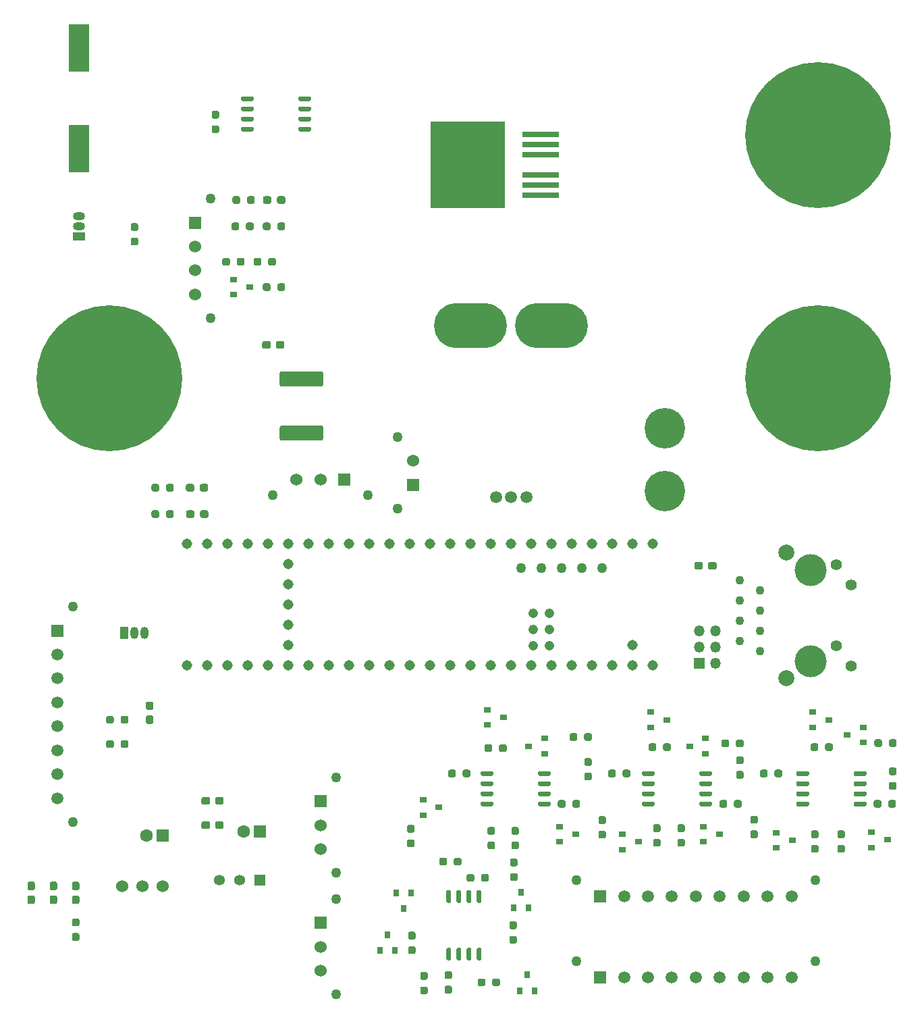
<source format=gbr>
%TF.GenerationSoftware,KiCad,Pcbnew,(5.1.10)-1*%
%TF.CreationDate,2022-03-18T19:39:10-05:00*%
%TF.ProjectId,BMS_2022_Rev1,424d535f-3230-4323-925f-526576312e6b,rev?*%
%TF.SameCoordinates,Original*%
%TF.FileFunction,Soldermask,Top*%
%TF.FilePolarity,Negative*%
%FSLAX46Y46*%
G04 Gerber Fmt 4.6, Leading zero omitted, Abs format (unit mm)*
G04 Created by KiCad (PCBNEW (5.1.10)-1) date 2022-03-18 19:39:10*
%MOMM*%
%LPD*%
G01*
G04 APERTURE LIST*
%ADD10R,0.900000X0.800000*%
%ADD11C,1.270000*%
%ADD12C,1.530000*%
%ADD13R,1.530000X1.530000*%
%ADD14C,1.308000*%
%ADD15C,1.208000*%
%ADD16C,1.258000*%
%ADD17R,1.520000X1.520000*%
%ADD18C,1.520000*%
%ADD19R,0.800000X0.900000*%
%ADD20R,2.500000X6.000000*%
%ADD21C,1.600000*%
%ADD22R,1.600000X1.600000*%
%ADD23C,5.080000*%
%ADD24R,1.500000X1.050000*%
%ADD25O,1.500000X1.050000*%
%ADD26R,1.050000X1.500000*%
%ADD27O,1.050000X1.500000*%
%ADD28R,4.600000X0.800000*%
%ADD29R,9.400000X10.800000*%
%ADD30C,1.501140*%
%ADD31O,9.144000X5.588000*%
%ADD32C,18.288000*%
%ADD33R,1.350000X1.350000*%
%ADD34O,1.350000X1.350000*%
%ADD35C,2.000000*%
%ADD36C,1.400000*%
%ADD37C,4.000000*%
%ADD38C,1.100000*%
%ADD39C,1.524000*%
%ADD40C,1.358000*%
%ADD41R,1.358000X1.358000*%
G04 APERTURE END LIST*
%TO.C,R17*%
G36*
G01*
X-12599500Y208677500D02*
X-12599500Y209152500D01*
G75*
G02*
X-12362000Y209390000I237500J0D01*
G01*
X-11862000Y209390000D01*
G75*
G02*
X-11624500Y209152500I0J-237500D01*
G01*
X-11624500Y208677500D01*
G75*
G02*
X-11862000Y208440000I-237500J0D01*
G01*
X-12362000Y208440000D01*
G75*
G02*
X-12599500Y208677500I0J237500D01*
G01*
G37*
G36*
G01*
X-10774500Y208677500D02*
X-10774500Y209152500D01*
G75*
G02*
X-10537000Y209390000I237500J0D01*
G01*
X-10037000Y209390000D01*
G75*
G02*
X-9799500Y209152500I0J-237500D01*
G01*
X-9799500Y208677500D01*
G75*
G02*
X-10037000Y208440000I-237500J0D01*
G01*
X-10537000Y208440000D01*
G75*
G02*
X-10774500Y208677500I0J237500D01*
G01*
G37*
%TD*%
%TO.C,R40*%
G36*
G01*
X-60519500Y208517500D02*
X-60519500Y208042500D01*
G75*
G02*
X-60757000Y207805000I-237500J0D01*
G01*
X-61257000Y207805000D01*
G75*
G02*
X-61494500Y208042500I0J237500D01*
G01*
X-61494500Y208517500D01*
G75*
G02*
X-61257000Y208755000I237500J0D01*
G01*
X-60757000Y208755000D01*
G75*
G02*
X-60519500Y208517500I0J-237500D01*
G01*
G37*
G36*
G01*
X-58694500Y208517500D02*
X-58694500Y208042500D01*
G75*
G02*
X-58932000Y207805000I-237500J0D01*
G01*
X-59432000Y207805000D01*
G75*
G02*
X-59669500Y208042500I0J237500D01*
G01*
X-59669500Y208517500D01*
G75*
G02*
X-59432000Y208755000I237500J0D01*
G01*
X-58932000Y208755000D01*
G75*
G02*
X-58694500Y208517500I0J-237500D01*
G01*
G37*
%TD*%
D10*
%TO.C,D13*%
X-33750500Y207584000D03*
X-33750500Y209484000D03*
X-35750500Y208534000D03*
%TD*%
%TO.C,D19*%
X-61118500Y213103500D03*
X-61118500Y211203500D03*
X-59118500Y212153500D03*
%TD*%
%TO.C,D17*%
X-53975000Y207581500D03*
X-53975000Y209481500D03*
X-55975000Y208531500D03*
%TD*%
%TO.C,D12*%
X-32020000Y197485000D03*
X-34020000Y196535000D03*
X-34020000Y198435000D03*
%TD*%
%TO.C,U7*%
G36*
G01*
X-32938000Y201445000D02*
X-32938000Y201145000D01*
G75*
G02*
X-33088000Y200995000I-150000J0D01*
G01*
X-34388000Y200995000D01*
G75*
G02*
X-34538000Y201145000I0J150000D01*
G01*
X-34538000Y201445000D01*
G75*
G02*
X-34388000Y201595000I150000J0D01*
G01*
X-33088000Y201595000D01*
G75*
G02*
X-32938000Y201445000I0J-150000D01*
G01*
G37*
G36*
G01*
X-32938000Y202715000D02*
X-32938000Y202415000D01*
G75*
G02*
X-33088000Y202265000I-150000J0D01*
G01*
X-34388000Y202265000D01*
G75*
G02*
X-34538000Y202415000I0J150000D01*
G01*
X-34538000Y202715000D01*
G75*
G02*
X-34388000Y202865000I150000J0D01*
G01*
X-33088000Y202865000D01*
G75*
G02*
X-32938000Y202715000I0J-150000D01*
G01*
G37*
G36*
G01*
X-32938000Y203985000D02*
X-32938000Y203685000D01*
G75*
G02*
X-33088000Y203535000I-150000J0D01*
G01*
X-34388000Y203535000D01*
G75*
G02*
X-34538000Y203685000I0J150000D01*
G01*
X-34538000Y203985000D01*
G75*
G02*
X-34388000Y204135000I150000J0D01*
G01*
X-33088000Y204135000D01*
G75*
G02*
X-32938000Y203985000I0J-150000D01*
G01*
G37*
G36*
G01*
X-32938000Y205255000D02*
X-32938000Y204955000D01*
G75*
G02*
X-33088000Y204805000I-150000J0D01*
G01*
X-34388000Y204805000D01*
G75*
G02*
X-34538000Y204955000I0J150000D01*
G01*
X-34538000Y205255000D01*
G75*
G02*
X-34388000Y205405000I150000J0D01*
G01*
X-33088000Y205405000D01*
G75*
G02*
X-32938000Y205255000I0J-150000D01*
G01*
G37*
G36*
G01*
X-40138000Y205255000D02*
X-40138000Y204955000D01*
G75*
G02*
X-40288000Y204805000I-150000J0D01*
G01*
X-41588000Y204805000D01*
G75*
G02*
X-41738000Y204955000I0J150000D01*
G01*
X-41738000Y205255000D01*
G75*
G02*
X-41588000Y205405000I150000J0D01*
G01*
X-40288000Y205405000D01*
G75*
G02*
X-40138000Y205255000I0J-150000D01*
G01*
G37*
G36*
G01*
X-40138000Y203985000D02*
X-40138000Y203685000D01*
G75*
G02*
X-40288000Y203535000I-150000J0D01*
G01*
X-41588000Y203535000D01*
G75*
G02*
X-41738000Y203685000I0J150000D01*
G01*
X-41738000Y203985000D01*
G75*
G02*
X-41588000Y204135000I150000J0D01*
G01*
X-40288000Y204135000D01*
G75*
G02*
X-40138000Y203985000I0J-150000D01*
G01*
G37*
G36*
G01*
X-40138000Y202715000D02*
X-40138000Y202415000D01*
G75*
G02*
X-40288000Y202265000I-150000J0D01*
G01*
X-41588000Y202265000D01*
G75*
G02*
X-41738000Y202415000I0J150000D01*
G01*
X-41738000Y202715000D01*
G75*
G02*
X-41588000Y202865000I150000J0D01*
G01*
X-40288000Y202865000D01*
G75*
G02*
X-40138000Y202715000I0J-150000D01*
G01*
G37*
G36*
G01*
X-40138000Y201445000D02*
X-40138000Y201145000D01*
G75*
G02*
X-40288000Y200995000I-150000J0D01*
G01*
X-41588000Y200995000D01*
G75*
G02*
X-41738000Y201145000I0J150000D01*
G01*
X-41738000Y201445000D01*
G75*
G02*
X-41588000Y201595000I150000J0D01*
G01*
X-40288000Y201595000D01*
G75*
G02*
X-40138000Y201445000I0J-150000D01*
G01*
G37*
%TD*%
%TO.C,R18*%
G36*
G01*
X-10524500Y205846500D02*
X-10049500Y205846500D01*
G75*
G02*
X-9812000Y205609000I0J-237500D01*
G01*
X-9812000Y205109000D01*
G75*
G02*
X-10049500Y204871500I-237500J0D01*
G01*
X-10524500Y204871500D01*
G75*
G02*
X-10762000Y205109000I0J237500D01*
G01*
X-10762000Y205609000D01*
G75*
G02*
X-10524500Y205846500I237500J0D01*
G01*
G37*
G36*
G01*
X-10524500Y204021500D02*
X-10049500Y204021500D01*
G75*
G02*
X-9812000Y203784000I0J-237500D01*
G01*
X-9812000Y203284000D01*
G75*
G02*
X-10049500Y203046500I-237500J0D01*
G01*
X-10524500Y203046500D01*
G75*
G02*
X-10762000Y203284000I0J237500D01*
G01*
X-10762000Y203784000D01*
G75*
G02*
X-10524500Y204021500I237500J0D01*
G01*
G37*
%TD*%
%TO.C,D15*%
X-40608000Y212786000D03*
X-40608000Y210886000D03*
X-38608000Y211836000D03*
%TD*%
%TO.C,R39*%
G36*
G01*
X-70501500Y195854500D02*
X-70976500Y195854500D01*
G75*
G02*
X-71214000Y196092000I0J237500D01*
G01*
X-71214000Y196592000D01*
G75*
G02*
X-70976500Y196829500I237500J0D01*
G01*
X-70501500Y196829500D01*
G75*
G02*
X-70264000Y196592000I0J-237500D01*
G01*
X-70264000Y196092000D01*
G75*
G02*
X-70501500Y195854500I-237500J0D01*
G01*
G37*
G36*
G01*
X-70501500Y197679500D02*
X-70976500Y197679500D01*
G75*
G02*
X-71214000Y197917000I0J237500D01*
G01*
X-71214000Y198417000D01*
G75*
G02*
X-70976500Y198654500I237500J0D01*
G01*
X-70501500Y198654500D01*
G75*
G02*
X-70264000Y198417000I0J-237500D01*
G01*
X-70264000Y197917000D01*
G75*
G02*
X-70501500Y197679500I-237500J0D01*
G01*
G37*
%TD*%
%TO.C,D18*%
X-67215000Y200848000D03*
X-69215000Y199898000D03*
X-69215000Y201798000D03*
%TD*%
%TO.C,R21*%
G36*
G01*
X-26950500Y204867500D02*
X-26950500Y205342500D01*
G75*
G02*
X-26713000Y205580000I237500J0D01*
G01*
X-26213000Y205580000D01*
G75*
G02*
X-25975500Y205342500I0J-237500D01*
G01*
X-25975500Y204867500D01*
G75*
G02*
X-26213000Y204630000I-237500J0D01*
G01*
X-26713000Y204630000D01*
G75*
G02*
X-26950500Y204867500I0J237500D01*
G01*
G37*
G36*
G01*
X-25125500Y204867500D02*
X-25125500Y205342500D01*
G75*
G02*
X-24888000Y205580000I237500J0D01*
G01*
X-24388000Y205580000D01*
G75*
G02*
X-24150500Y205342500I0J-237500D01*
G01*
X-24150500Y204867500D01*
G75*
G02*
X-24388000Y204630000I-237500J0D01*
G01*
X-24888000Y204630000D01*
G75*
G02*
X-25125500Y204867500I0J237500D01*
G01*
G37*
%TD*%
%TO.C,R26*%
G36*
G01*
X-29701500Y205418500D02*
X-29226500Y205418500D01*
G75*
G02*
X-28989000Y205181000I0J-237500D01*
G01*
X-28989000Y204681000D01*
G75*
G02*
X-29226500Y204443500I-237500J0D01*
G01*
X-29701500Y204443500D01*
G75*
G02*
X-29939000Y204681000I0J237500D01*
G01*
X-29939000Y205181000D01*
G75*
G02*
X-29701500Y205418500I237500J0D01*
G01*
G37*
G36*
G01*
X-29701500Y207243500D02*
X-29226500Y207243500D01*
G75*
G02*
X-28989000Y207006000I0J-237500D01*
G01*
X-28989000Y206506000D01*
G75*
G02*
X-29226500Y206268500I-237500J0D01*
G01*
X-29701500Y206268500D01*
G75*
G02*
X-29939000Y206506000I0J237500D01*
G01*
X-29939000Y207006000D01*
G75*
G02*
X-29701500Y207243500I237500J0D01*
G01*
G37*
%TD*%
%TO.C,R23*%
G36*
G01*
X-27923500Y199797500D02*
X-27448500Y199797500D01*
G75*
G02*
X-27211000Y199560000I0J-237500D01*
G01*
X-27211000Y199060000D01*
G75*
G02*
X-27448500Y198822500I-237500J0D01*
G01*
X-27923500Y198822500D01*
G75*
G02*
X-28161000Y199060000I0J237500D01*
G01*
X-28161000Y199560000D01*
G75*
G02*
X-27923500Y199797500I237500J0D01*
G01*
G37*
G36*
G01*
X-27923500Y197972500D02*
X-27448500Y197972500D01*
G75*
G02*
X-27211000Y197735000I0J-237500D01*
G01*
X-27211000Y197235000D01*
G75*
G02*
X-27448500Y196997500I-237500J0D01*
G01*
X-27923500Y196997500D01*
G75*
G02*
X-28161000Y197235000I0J237500D01*
G01*
X-28161000Y197735000D01*
G75*
G02*
X-27923500Y197972500I237500J0D01*
G01*
G37*
%TD*%
%TO.C,R30*%
G36*
G01*
X-40115500Y196909500D02*
X-39640500Y196909500D01*
G75*
G02*
X-39403000Y196672000I0J-237500D01*
G01*
X-39403000Y196172000D01*
G75*
G02*
X-39640500Y195934500I-237500J0D01*
G01*
X-40115500Y195934500D01*
G75*
G02*
X-40353000Y196172000I0J237500D01*
G01*
X-40353000Y196672000D01*
G75*
G02*
X-40115500Y196909500I237500J0D01*
G01*
G37*
G36*
G01*
X-40115500Y198734500D02*
X-39640500Y198734500D01*
G75*
G02*
X-39403000Y198497000I0J-237500D01*
G01*
X-39403000Y197997000D01*
G75*
G02*
X-39640500Y197759500I-237500J0D01*
G01*
X-40115500Y197759500D01*
G75*
G02*
X-40353000Y197997000I0J237500D01*
G01*
X-40353000Y198497000D01*
G75*
G02*
X-40115500Y198734500I237500J0D01*
G01*
G37*
%TD*%
%TO.C,D8*%
X-10922000Y196789000D03*
X-12922000Y195839000D03*
X-12922000Y197739000D03*
%TD*%
%TO.C,D11*%
X-20288000Y212786000D03*
X-20288000Y210886000D03*
X-18288000Y211836000D03*
%TD*%
%TO.C,D10*%
X-22860000Y196723000D03*
X-24860000Y195773000D03*
X-24860000Y197673000D03*
%TD*%
%TO.C,R38*%
G36*
G01*
X-60880000Y196575500D02*
X-60405000Y196575500D01*
G75*
G02*
X-60167500Y196338000I0J-237500D01*
G01*
X-60167500Y195838000D01*
G75*
G02*
X-60405000Y195600500I-237500J0D01*
G01*
X-60880000Y195600500D01*
G75*
G02*
X-61117500Y195838000I0J237500D01*
G01*
X-61117500Y196338000D01*
G75*
G02*
X-60880000Y196575500I237500J0D01*
G01*
G37*
G36*
G01*
X-60880000Y198400500D02*
X-60405000Y198400500D01*
G75*
G02*
X-60167500Y198163000I0J-237500D01*
G01*
X-60167500Y197663000D01*
G75*
G02*
X-60405000Y197425500I-237500J0D01*
G01*
X-60880000Y197425500D01*
G75*
G02*
X-61117500Y197663000I0J237500D01*
G01*
X-61117500Y198163000D01*
G75*
G02*
X-60880000Y198400500I237500J0D01*
G01*
G37*
%TD*%
%TO.C,U8*%
G36*
G01*
X-60375000Y201445000D02*
X-60375000Y201145000D01*
G75*
G02*
X-60525000Y200995000I-150000J0D01*
G01*
X-61825000Y200995000D01*
G75*
G02*
X-61975000Y201145000I0J150000D01*
G01*
X-61975000Y201445000D01*
G75*
G02*
X-61825000Y201595000I150000J0D01*
G01*
X-60525000Y201595000D01*
G75*
G02*
X-60375000Y201445000I0J-150000D01*
G01*
G37*
G36*
G01*
X-60375000Y202715000D02*
X-60375000Y202415000D01*
G75*
G02*
X-60525000Y202265000I-150000J0D01*
G01*
X-61825000Y202265000D01*
G75*
G02*
X-61975000Y202415000I0J150000D01*
G01*
X-61975000Y202715000D01*
G75*
G02*
X-61825000Y202865000I150000J0D01*
G01*
X-60525000Y202865000D01*
G75*
G02*
X-60375000Y202715000I0J-150000D01*
G01*
G37*
G36*
G01*
X-60375000Y203985000D02*
X-60375000Y203685000D01*
G75*
G02*
X-60525000Y203535000I-150000J0D01*
G01*
X-61825000Y203535000D01*
G75*
G02*
X-61975000Y203685000I0J150000D01*
G01*
X-61975000Y203985000D01*
G75*
G02*
X-61825000Y204135000I150000J0D01*
G01*
X-60525000Y204135000D01*
G75*
G02*
X-60375000Y203985000I0J-150000D01*
G01*
G37*
G36*
G01*
X-60375000Y205255000D02*
X-60375000Y204955000D01*
G75*
G02*
X-60525000Y204805000I-150000J0D01*
G01*
X-61825000Y204805000D01*
G75*
G02*
X-61975000Y204955000I0J150000D01*
G01*
X-61975000Y205255000D01*
G75*
G02*
X-61825000Y205405000I150000J0D01*
G01*
X-60525000Y205405000D01*
G75*
G02*
X-60375000Y205255000I0J-150000D01*
G01*
G37*
G36*
G01*
X-53175000Y205255000D02*
X-53175000Y204955000D01*
G75*
G02*
X-53325000Y204805000I-150000J0D01*
G01*
X-54625000Y204805000D01*
G75*
G02*
X-54775000Y204955000I0J150000D01*
G01*
X-54775000Y205255000D01*
G75*
G02*
X-54625000Y205405000I150000J0D01*
G01*
X-53325000Y205405000D01*
G75*
G02*
X-53175000Y205255000I0J-150000D01*
G01*
G37*
G36*
G01*
X-53175000Y203985000D02*
X-53175000Y203685000D01*
G75*
G02*
X-53325000Y203535000I-150000J0D01*
G01*
X-54625000Y203535000D01*
G75*
G02*
X-54775000Y203685000I0J150000D01*
G01*
X-54775000Y203985000D01*
G75*
G02*
X-54625000Y204135000I150000J0D01*
G01*
X-53325000Y204135000D01*
G75*
G02*
X-53175000Y203985000I0J-150000D01*
G01*
G37*
G36*
G01*
X-53175000Y202715000D02*
X-53175000Y202415000D01*
G75*
G02*
X-53325000Y202265000I-150000J0D01*
G01*
X-54625000Y202265000D01*
G75*
G02*
X-54775000Y202415000I0J150000D01*
G01*
X-54775000Y202715000D01*
G75*
G02*
X-54625000Y202865000I150000J0D01*
G01*
X-53325000Y202865000D01*
G75*
G02*
X-53175000Y202715000I0J-150000D01*
G01*
G37*
G36*
G01*
X-53175000Y201445000D02*
X-53175000Y201145000D01*
G75*
G02*
X-53325000Y200995000I-150000J0D01*
G01*
X-54625000Y200995000D01*
G75*
G02*
X-54775000Y201145000I0J150000D01*
G01*
X-54775000Y201445000D01*
G75*
G02*
X-54625000Y201595000I150000J0D01*
G01*
X-53325000Y201595000D01*
G75*
G02*
X-53175000Y201445000I0J-150000D01*
G01*
G37*
%TD*%
%TO.C,U6*%
G36*
G01*
X-13590000Y201445000D02*
X-13590000Y201145000D01*
G75*
G02*
X-13740000Y200995000I-150000J0D01*
G01*
X-15040000Y200995000D01*
G75*
G02*
X-15190000Y201145000I0J150000D01*
G01*
X-15190000Y201445000D01*
G75*
G02*
X-15040000Y201595000I150000J0D01*
G01*
X-13740000Y201595000D01*
G75*
G02*
X-13590000Y201445000I0J-150000D01*
G01*
G37*
G36*
G01*
X-13590000Y202715000D02*
X-13590000Y202415000D01*
G75*
G02*
X-13740000Y202265000I-150000J0D01*
G01*
X-15040000Y202265000D01*
G75*
G02*
X-15190000Y202415000I0J150000D01*
G01*
X-15190000Y202715000D01*
G75*
G02*
X-15040000Y202865000I150000J0D01*
G01*
X-13740000Y202865000D01*
G75*
G02*
X-13590000Y202715000I0J-150000D01*
G01*
G37*
G36*
G01*
X-13590000Y203985000D02*
X-13590000Y203685000D01*
G75*
G02*
X-13740000Y203535000I-150000J0D01*
G01*
X-15040000Y203535000D01*
G75*
G02*
X-15190000Y203685000I0J150000D01*
G01*
X-15190000Y203985000D01*
G75*
G02*
X-15040000Y204135000I150000J0D01*
G01*
X-13740000Y204135000D01*
G75*
G02*
X-13590000Y203985000I0J-150000D01*
G01*
G37*
G36*
G01*
X-13590000Y205255000D02*
X-13590000Y204955000D01*
G75*
G02*
X-13740000Y204805000I-150000J0D01*
G01*
X-15040000Y204805000D01*
G75*
G02*
X-15190000Y204955000I0J150000D01*
G01*
X-15190000Y205255000D01*
G75*
G02*
X-15040000Y205405000I150000J0D01*
G01*
X-13740000Y205405000D01*
G75*
G02*
X-13590000Y205255000I0J-150000D01*
G01*
G37*
G36*
G01*
X-20790000Y205255000D02*
X-20790000Y204955000D01*
G75*
G02*
X-20940000Y204805000I-150000J0D01*
G01*
X-22240000Y204805000D01*
G75*
G02*
X-22390000Y204955000I0J150000D01*
G01*
X-22390000Y205255000D01*
G75*
G02*
X-22240000Y205405000I150000J0D01*
G01*
X-20940000Y205405000D01*
G75*
G02*
X-20790000Y205255000I0J-150000D01*
G01*
G37*
G36*
G01*
X-20790000Y203985000D02*
X-20790000Y203685000D01*
G75*
G02*
X-20940000Y203535000I-150000J0D01*
G01*
X-22240000Y203535000D01*
G75*
G02*
X-22390000Y203685000I0J150000D01*
G01*
X-22390000Y203985000D01*
G75*
G02*
X-22240000Y204135000I150000J0D01*
G01*
X-20940000Y204135000D01*
G75*
G02*
X-20790000Y203985000I0J-150000D01*
G01*
G37*
G36*
G01*
X-20790000Y202715000D02*
X-20790000Y202415000D01*
G75*
G02*
X-20940000Y202265000I-150000J0D01*
G01*
X-22240000Y202265000D01*
G75*
G02*
X-22390000Y202415000I0J150000D01*
G01*
X-22390000Y202715000D01*
G75*
G02*
X-22240000Y202865000I150000J0D01*
G01*
X-20940000Y202865000D01*
G75*
G02*
X-20790000Y202715000I0J-150000D01*
G01*
G37*
G36*
G01*
X-20790000Y201445000D02*
X-20790000Y201145000D01*
G75*
G02*
X-20940000Y200995000I-150000J0D01*
G01*
X-22240000Y200995000D01*
G75*
G02*
X-22390000Y201145000I0J150000D01*
G01*
X-22390000Y201445000D01*
G75*
G02*
X-22240000Y201595000I150000J0D01*
G01*
X-20940000Y201595000D01*
G75*
G02*
X-20790000Y201445000I0J-150000D01*
G01*
G37*
%TD*%
%TO.C,D9*%
X-14002000Y208981000D03*
X-14002000Y210881000D03*
X-16002000Y209931000D03*
%TD*%
%TO.C,D14*%
X-44180000Y197485000D03*
X-44180000Y195585000D03*
X-42180000Y196535000D03*
%TD*%
%TO.C,R20*%
G36*
G01*
X-12679500Y201057500D02*
X-12679500Y201532500D01*
G75*
G02*
X-12442000Y201770000I237500J0D01*
G01*
X-11942000Y201770000D01*
G75*
G02*
X-11704500Y201532500I0J-237500D01*
G01*
X-11704500Y201057500D01*
G75*
G02*
X-11942000Y200820000I-237500J0D01*
G01*
X-12442000Y200820000D01*
G75*
G02*
X-12679500Y201057500I0J237500D01*
G01*
G37*
G36*
G01*
X-10854500Y201057500D02*
X-10854500Y201532500D01*
G75*
G02*
X-10617000Y201770000I237500J0D01*
G01*
X-10117000Y201770000D01*
G75*
G02*
X-9879500Y201532500I0J-237500D01*
G01*
X-9879500Y201057500D01*
G75*
G02*
X-10117000Y200820000I-237500J0D01*
G01*
X-10617000Y200820000D01*
G75*
G02*
X-10854500Y201057500I0J237500D01*
G01*
G37*
%TD*%
%TO.C,R31*%
G36*
G01*
X-46973500Y197925500D02*
X-46498500Y197925500D01*
G75*
G02*
X-46261000Y197688000I0J-237500D01*
G01*
X-46261000Y197188000D01*
G75*
G02*
X-46498500Y196950500I-237500J0D01*
G01*
X-46973500Y196950500D01*
G75*
G02*
X-47211000Y197188000I0J237500D01*
G01*
X-47211000Y197688000D01*
G75*
G02*
X-46973500Y197925500I237500J0D01*
G01*
G37*
G36*
G01*
X-46973500Y199750500D02*
X-46498500Y199750500D01*
G75*
G02*
X-46261000Y199513000I0J-237500D01*
G01*
X-46261000Y199013000D01*
G75*
G02*
X-46498500Y198775500I-237500J0D01*
G01*
X-46973500Y198775500D01*
G75*
G02*
X-47211000Y199013000I0J237500D01*
G01*
X-47211000Y199513000D01*
G75*
G02*
X-46973500Y199750500I237500J0D01*
G01*
G37*
%TD*%
%TO.C,R35*%
G36*
G01*
X-57895500Y198400500D02*
X-57420500Y198400500D01*
G75*
G02*
X-57183000Y198163000I0J-237500D01*
G01*
X-57183000Y197663000D01*
G75*
G02*
X-57420500Y197425500I-237500J0D01*
G01*
X-57895500Y197425500D01*
G75*
G02*
X-58133000Y197663000I0J237500D01*
G01*
X-58133000Y198163000D01*
G75*
G02*
X-57895500Y198400500I237500J0D01*
G01*
G37*
G36*
G01*
X-57895500Y196575500D02*
X-57420500Y196575500D01*
G75*
G02*
X-57183000Y196338000I0J-237500D01*
G01*
X-57183000Y195838000D01*
G75*
G02*
X-57420500Y195600500I-237500J0D01*
G01*
X-57895500Y195600500D01*
G75*
G02*
X-58133000Y195838000I0J237500D01*
G01*
X-58133000Y196338000D01*
G75*
G02*
X-57895500Y196575500I237500J0D01*
G01*
G37*
%TD*%
%TO.C,R22*%
G36*
G01*
X-20303500Y196147500D02*
X-19828500Y196147500D01*
G75*
G02*
X-19591000Y195910000I0J-237500D01*
G01*
X-19591000Y195410000D01*
G75*
G02*
X-19828500Y195172500I-237500J0D01*
G01*
X-20303500Y195172500D01*
G75*
G02*
X-20541000Y195410000I0J237500D01*
G01*
X-20541000Y195910000D01*
G75*
G02*
X-20303500Y196147500I237500J0D01*
G01*
G37*
G36*
G01*
X-20303500Y197972500D02*
X-19828500Y197972500D01*
G75*
G02*
X-19591000Y197735000I0J-237500D01*
G01*
X-19591000Y197235000D01*
G75*
G02*
X-19828500Y196997500I-237500J0D01*
G01*
X-20303500Y196997500D01*
G75*
G02*
X-20541000Y197235000I0J237500D01*
G01*
X-20541000Y197735000D01*
G75*
G02*
X-20303500Y197972500I237500J0D01*
G01*
G37*
%TD*%
%TO.C,R32*%
G36*
G01*
X-39945500Y208644500D02*
X-39945500Y208169500D01*
G75*
G02*
X-40183000Y207932000I-237500J0D01*
G01*
X-40683000Y207932000D01*
G75*
G02*
X-40920500Y208169500I0J237500D01*
G01*
X-40920500Y208644500D01*
G75*
G02*
X-40683000Y208882000I237500J0D01*
G01*
X-40183000Y208882000D01*
G75*
G02*
X-39945500Y208644500I0J-237500D01*
G01*
G37*
G36*
G01*
X-38120500Y208644500D02*
X-38120500Y208169500D01*
G75*
G02*
X-38358000Y207932000I-237500J0D01*
G01*
X-38858000Y207932000D01*
G75*
G02*
X-39095500Y208169500I0J237500D01*
G01*
X-39095500Y208644500D01*
G75*
G02*
X-38858000Y208882000I237500J0D01*
G01*
X-38358000Y208882000D01*
G75*
G02*
X-38120500Y208644500I0J-237500D01*
G01*
G37*
%TD*%
%TO.C,R19*%
G36*
G01*
X-17001500Y197972500D02*
X-16526500Y197972500D01*
G75*
G02*
X-16289000Y197735000I0J-237500D01*
G01*
X-16289000Y197235000D01*
G75*
G02*
X-16526500Y196997500I-237500J0D01*
G01*
X-17001500Y196997500D01*
G75*
G02*
X-17239000Y197235000I0J237500D01*
G01*
X-17239000Y197735000D01*
G75*
G02*
X-17001500Y197972500I237500J0D01*
G01*
G37*
G36*
G01*
X-17001500Y196147500D02*
X-16526500Y196147500D01*
G75*
G02*
X-16289000Y195910000I0J-237500D01*
G01*
X-16289000Y195410000D01*
G75*
G02*
X-16526500Y195172500I-237500J0D01*
G01*
X-17001500Y195172500D01*
G75*
G02*
X-17239000Y195410000I0J237500D01*
G01*
X-17239000Y195910000D01*
G75*
G02*
X-17001500Y196147500I237500J0D01*
G01*
G37*
%TD*%
%TO.C,D16*%
X-50054000Y197485000D03*
X-52054000Y196535000D03*
X-52054000Y198435000D03*
%TD*%
%TO.C,R33*%
G36*
G01*
X-49001500Y209439500D02*
X-49001500Y209914500D01*
G75*
G02*
X-48764000Y210152000I237500J0D01*
G01*
X-48264000Y210152000D01*
G75*
G02*
X-48026500Y209914500I0J-237500D01*
G01*
X-48026500Y209439500D01*
G75*
G02*
X-48264000Y209202000I-237500J0D01*
G01*
X-48764000Y209202000D01*
G75*
G02*
X-49001500Y209439500I0J237500D01*
G01*
G37*
G36*
G01*
X-50826500Y209439500D02*
X-50826500Y209914500D01*
G75*
G02*
X-50589000Y210152000I237500J0D01*
G01*
X-50089000Y210152000D01*
G75*
G02*
X-49851500Y209914500I0J-237500D01*
G01*
X-49851500Y209439500D01*
G75*
G02*
X-50089000Y209202000I-237500J0D01*
G01*
X-50589000Y209202000D01*
G75*
G02*
X-50826500Y209439500I0J237500D01*
G01*
G37*
%TD*%
%TO.C,R34*%
G36*
G01*
X-48751500Y205211500D02*
X-48276500Y205211500D01*
G75*
G02*
X-48039000Y204974000I0J-237500D01*
G01*
X-48039000Y204474000D01*
G75*
G02*
X-48276500Y204236500I-237500J0D01*
G01*
X-48751500Y204236500D01*
G75*
G02*
X-48989000Y204474000I0J237500D01*
G01*
X-48989000Y204974000D01*
G75*
G02*
X-48751500Y205211500I237500J0D01*
G01*
G37*
G36*
G01*
X-48751500Y207036500D02*
X-48276500Y207036500D01*
G75*
G02*
X-48039000Y206799000I0J-237500D01*
G01*
X-48039000Y206299000D01*
G75*
G02*
X-48276500Y206061500I-237500J0D01*
G01*
X-48751500Y206061500D01*
G75*
G02*
X-48989000Y206299000I0J237500D01*
G01*
X-48989000Y206799000D01*
G75*
G02*
X-48751500Y207036500I237500J0D01*
G01*
G37*
%TD*%
%TO.C,R27*%
G36*
G01*
X-37067500Y198734500D02*
X-36592500Y198734500D01*
G75*
G02*
X-36355000Y198497000I0J-237500D01*
G01*
X-36355000Y197997000D01*
G75*
G02*
X-36592500Y197759500I-237500J0D01*
G01*
X-37067500Y197759500D01*
G75*
G02*
X-37305000Y197997000I0J237500D01*
G01*
X-37305000Y198497000D01*
G75*
G02*
X-37067500Y198734500I237500J0D01*
G01*
G37*
G36*
G01*
X-37067500Y196909500D02*
X-36592500Y196909500D01*
G75*
G02*
X-36355000Y196672000I0J-237500D01*
G01*
X-36355000Y196172000D01*
G75*
G02*
X-36592500Y195934500I-237500J0D01*
G01*
X-37067500Y195934500D01*
G75*
G02*
X-37305000Y196172000I0J237500D01*
G01*
X-37305000Y196672000D01*
G75*
G02*
X-37067500Y196909500I237500J0D01*
G01*
G37*
%TD*%
%TO.C,R25*%
G36*
G01*
X-29951500Y208630500D02*
X-29951500Y209105500D01*
G75*
G02*
X-29714000Y209343000I237500J0D01*
G01*
X-29214000Y209343000D01*
G75*
G02*
X-28976500Y209105500I0J-237500D01*
G01*
X-28976500Y208630500D01*
G75*
G02*
X-29214000Y208393000I-237500J0D01*
G01*
X-29714000Y208393000D01*
G75*
G02*
X-29951500Y208630500I0J237500D01*
G01*
G37*
G36*
G01*
X-31776500Y208630500D02*
X-31776500Y209105500D01*
G75*
G02*
X-31539000Y209343000I237500J0D01*
G01*
X-31039000Y209343000D01*
G75*
G02*
X-30801500Y209105500I0J-237500D01*
G01*
X-30801500Y208630500D01*
G75*
G02*
X-31039000Y208393000I-237500J0D01*
G01*
X-31539000Y208393000D01*
G75*
G02*
X-31776500Y208630500I0J237500D01*
G01*
G37*
%TD*%
%TO.C,R24*%
G36*
G01*
X-19625500Y208644500D02*
X-19625500Y208169500D01*
G75*
G02*
X-19863000Y207932000I-237500J0D01*
G01*
X-20363000Y207932000D01*
G75*
G02*
X-20600500Y208169500I0J237500D01*
G01*
X-20600500Y208644500D01*
G75*
G02*
X-20363000Y208882000I237500J0D01*
G01*
X-19863000Y208882000D01*
G75*
G02*
X-19625500Y208644500I0J-237500D01*
G01*
G37*
G36*
G01*
X-17800500Y208644500D02*
X-17800500Y208169500D01*
G75*
G02*
X-18038000Y207932000I-237500J0D01*
G01*
X-18538000Y207932000D01*
G75*
G02*
X-18775500Y208169500I0J237500D01*
G01*
X-18775500Y208644500D01*
G75*
G02*
X-18538000Y208882000I237500J0D01*
G01*
X-18038000Y208882000D01*
G75*
G02*
X-17800500Y208644500I0J-237500D01*
G01*
G37*
%TD*%
%TO.C,R29*%
G36*
G01*
X-46000500Y204867500D02*
X-46000500Y205342500D01*
G75*
G02*
X-45763000Y205580000I237500J0D01*
G01*
X-45263000Y205580000D01*
G75*
G02*
X-45025500Y205342500I0J-237500D01*
G01*
X-45025500Y204867500D01*
G75*
G02*
X-45263000Y204630000I-237500J0D01*
G01*
X-45763000Y204630000D01*
G75*
G02*
X-46000500Y204867500I0J237500D01*
G01*
G37*
G36*
G01*
X-44175500Y204867500D02*
X-44175500Y205342500D01*
G75*
G02*
X-43938000Y205580000I237500J0D01*
G01*
X-43438000Y205580000D01*
G75*
G02*
X-43200500Y205342500I0J-237500D01*
G01*
X-43200500Y204867500D01*
G75*
G02*
X-43438000Y204630000I-237500J0D01*
G01*
X-43938000Y204630000D01*
G75*
G02*
X-44175500Y204867500I0J237500D01*
G01*
G37*
%TD*%
%TO.C,R28*%
G36*
G01*
X-32030500Y201057500D02*
X-32030500Y201532500D01*
G75*
G02*
X-31793000Y201770000I237500J0D01*
G01*
X-31293000Y201770000D01*
G75*
G02*
X-31055500Y201532500I0J-237500D01*
G01*
X-31055500Y201057500D01*
G75*
G02*
X-31293000Y200820000I-237500J0D01*
G01*
X-31793000Y200820000D01*
G75*
G02*
X-32030500Y201057500I0J237500D01*
G01*
G37*
G36*
G01*
X-30205500Y201057500D02*
X-30205500Y201532500D01*
G75*
G02*
X-29968000Y201770000I237500J0D01*
G01*
X-29468000Y201770000D01*
G75*
G02*
X-29230500Y201532500I0J-237500D01*
G01*
X-29230500Y201057500D01*
G75*
G02*
X-29468000Y200820000I-237500J0D01*
G01*
X-29968000Y200820000D01*
G75*
G02*
X-30205500Y201057500I0J237500D01*
G01*
G37*
%TD*%
%TO.C,R37*%
G36*
G01*
X-66066500Y204867500D02*
X-66066500Y205342500D01*
G75*
G02*
X-65829000Y205580000I237500J0D01*
G01*
X-65329000Y205580000D01*
G75*
G02*
X-65091500Y205342500I0J-237500D01*
G01*
X-65091500Y204867500D01*
G75*
G02*
X-65329000Y204630000I-237500J0D01*
G01*
X-65829000Y204630000D01*
G75*
G02*
X-66066500Y204867500I0J237500D01*
G01*
G37*
G36*
G01*
X-64241500Y204867500D02*
X-64241500Y205342500D01*
G75*
G02*
X-64004000Y205580000I237500J0D01*
G01*
X-63504000Y205580000D01*
G75*
G02*
X-63266500Y205342500I0J-237500D01*
G01*
X-63266500Y204867500D01*
G75*
G02*
X-63504000Y204630000I-237500J0D01*
G01*
X-64004000Y204630000D01*
G75*
G02*
X-64241500Y204867500I0J237500D01*
G01*
G37*
%TD*%
%TO.C,R36*%
G36*
G01*
X-52303500Y201057500D02*
X-52303500Y201532500D01*
G75*
G02*
X-52066000Y201770000I237500J0D01*
G01*
X-51566000Y201770000D01*
G75*
G02*
X-51328500Y201532500I0J-237500D01*
G01*
X-51328500Y201057500D01*
G75*
G02*
X-51566000Y200820000I-237500J0D01*
G01*
X-52066000Y200820000D01*
G75*
G02*
X-52303500Y201057500I0J237500D01*
G01*
G37*
G36*
G01*
X-50478500Y201057500D02*
X-50478500Y201532500D01*
G75*
G02*
X-50241000Y201770000I237500J0D01*
G01*
X-49741000Y201770000D01*
G75*
G02*
X-49503500Y201532500I0J-237500D01*
G01*
X-49503500Y201057500D01*
G75*
G02*
X-49741000Y200820000I-237500J0D01*
G01*
X-50241000Y200820000D01*
G75*
G02*
X-50478500Y201057500I0J237500D01*
G01*
G37*
%TD*%
D11*
%TO.C,Conn5*%
X-72440800Y247294400D03*
X-72440800Y238302800D03*
D12*
X-70485000Y244297200D03*
D13*
X-70485000Y241300000D03*
%TD*%
D14*
%TO.C,U1*%
X-40386000Y233934000D03*
X-42926000Y233934000D03*
X-86106000Y231394000D03*
X-86106000Y228854000D03*
X-86106000Y226314000D03*
X-86106000Y221234000D03*
X-42926000Y221234000D03*
X-86106000Y223774000D03*
X-75946000Y218694000D03*
D15*
X-55356000Y221144000D03*
X-53356000Y221144000D03*
X-55356000Y223144000D03*
X-55356000Y225144000D03*
X-53356000Y223144000D03*
X-53356000Y225144000D03*
D16*
X-46736000Y230884000D03*
X-49276000Y230884000D03*
X-51816000Y230884000D03*
X-54356000Y230884000D03*
X-56896000Y230884000D03*
D14*
X-45466000Y233934000D03*
X-48006000Y233934000D03*
X-50546000Y233934000D03*
X-53086000Y233934000D03*
X-55626000Y233934000D03*
X-58166000Y233934000D03*
X-60706000Y233934000D03*
X-63246000Y233934000D03*
X-65786000Y233934000D03*
X-68326000Y233934000D03*
X-70866000Y233934000D03*
X-73406000Y233934000D03*
X-75946000Y233934000D03*
X-73406000Y218694000D03*
X-70866000Y218694000D03*
X-68326000Y218694000D03*
X-65786000Y218694000D03*
X-63246000Y218694000D03*
X-60706000Y218694000D03*
X-58166000Y218694000D03*
X-55626000Y218694000D03*
X-53086000Y218694000D03*
X-50546000Y218694000D03*
X-48006000Y218694000D03*
X-45466000Y218694000D03*
X-42926000Y218694000D03*
X-40386000Y218694000D03*
X-78486000Y233934000D03*
X-81026000Y233934000D03*
X-83566000Y233934000D03*
X-86106000Y233934000D03*
X-88646000Y233934000D03*
X-91186000Y233934000D03*
X-93726000Y233934000D03*
X-96266000Y233934000D03*
X-98806000Y233934000D03*
X-98806000Y218694000D03*
X-96266000Y218694000D03*
X-93726000Y218694000D03*
X-91186000Y218694000D03*
X-88646000Y218694000D03*
X-86106000Y218694000D03*
X-83566000Y218694000D03*
X-81026000Y218694000D03*
X-78486000Y218694000D03*
%TD*%
D17*
%TO.C,Conn2*%
X-46990000Y189738000D03*
D18*
X-43990001Y189738000D03*
X-40990002Y189738000D03*
X-37990003Y189738000D03*
X-34990004Y189738000D03*
X-31990005Y189738000D03*
X-28990006Y189738000D03*
X-25990006Y189738000D03*
X-22990007Y189738000D03*
D11*
X-49989999Y191698000D03*
X-19990060Y191698000D03*
%TD*%
D19*
%TO.C,D20*%
X-57846000Y188246000D03*
X-55946000Y188246000D03*
X-56896000Y190246000D03*
%TD*%
%TO.C,D22*%
X-56134000Y179879500D03*
X-55184000Y177879500D03*
X-57084000Y177879500D03*
%TD*%
%TO.C,D21*%
X-71628000Y188150500D03*
X-72578000Y190150500D03*
X-70678000Y190150500D03*
%TD*%
%TO.C,D23*%
X-73660000Y184896000D03*
X-72710000Y182896000D03*
X-74610000Y182896000D03*
%TD*%
%TO.C,R47*%
G36*
G01*
X-69325500Y180216000D02*
X-68850500Y180216000D01*
G75*
G02*
X-68613000Y179978500I0J-237500D01*
G01*
X-68613000Y179478500D01*
G75*
G02*
X-68850500Y179241000I-237500J0D01*
G01*
X-69325500Y179241000D01*
G75*
G02*
X-69563000Y179478500I0J237500D01*
G01*
X-69563000Y179978500D01*
G75*
G02*
X-69325500Y180216000I237500J0D01*
G01*
G37*
G36*
G01*
X-69325500Y178391000D02*
X-68850500Y178391000D01*
G75*
G02*
X-68613000Y178153500I0J-237500D01*
G01*
X-68613000Y177653500D01*
G75*
G02*
X-68850500Y177416000I-237500J0D01*
G01*
X-69325500Y177416000D01*
G75*
G02*
X-69563000Y177653500I0J237500D01*
G01*
X-69563000Y178153500D01*
G75*
G02*
X-69325500Y178391000I237500J0D01*
G01*
G37*
%TD*%
%TO.C,R48*%
G36*
G01*
X-70849500Y183447500D02*
X-70374500Y183447500D01*
G75*
G02*
X-70137000Y183210000I0J-237500D01*
G01*
X-70137000Y182710000D01*
G75*
G02*
X-70374500Y182472500I-237500J0D01*
G01*
X-70849500Y182472500D01*
G75*
G02*
X-71087000Y182710000I0J237500D01*
G01*
X-71087000Y183210000D01*
G75*
G02*
X-70849500Y183447500I237500J0D01*
G01*
G37*
G36*
G01*
X-70849500Y185272500D02*
X-70374500Y185272500D01*
G75*
G02*
X-70137000Y185035000I0J-237500D01*
G01*
X-70137000Y184535000D01*
G75*
G02*
X-70374500Y184297500I-237500J0D01*
G01*
X-70849500Y184297500D01*
G75*
G02*
X-71087000Y184535000I0J237500D01*
G01*
X-71087000Y185035000D01*
G75*
G02*
X-70849500Y185272500I237500J0D01*
G01*
G37*
%TD*%
%TO.C,R41*%
G36*
G01*
X-67186000Y193818500D02*
X-67186000Y194293500D01*
G75*
G02*
X-66948500Y194531000I237500J0D01*
G01*
X-66448500Y194531000D01*
G75*
G02*
X-66211000Y194293500I0J-237500D01*
G01*
X-66211000Y193818500D01*
G75*
G02*
X-66448500Y193581000I-237500J0D01*
G01*
X-66948500Y193581000D01*
G75*
G02*
X-67186000Y193818500I0J237500D01*
G01*
G37*
G36*
G01*
X-65361000Y193818500D02*
X-65361000Y194293500D01*
G75*
G02*
X-65123500Y194531000I237500J0D01*
G01*
X-64623500Y194531000D01*
G75*
G02*
X-64386000Y194293500I0J-237500D01*
G01*
X-64386000Y193818500D01*
G75*
G02*
X-64623500Y193581000I-237500J0D01*
G01*
X-65123500Y193581000D01*
G75*
G02*
X-65361000Y193818500I0J237500D01*
G01*
G37*
%TD*%
%TO.C,U9*%
G36*
G01*
X-62316500Y190474500D02*
X-62016500Y190474500D01*
G75*
G02*
X-61866500Y190324500I0J-150000D01*
G01*
X-61866500Y189024500D01*
G75*
G02*
X-62016500Y188874500I-150000J0D01*
G01*
X-62316500Y188874500D01*
G75*
G02*
X-62466500Y189024500I0J150000D01*
G01*
X-62466500Y190324500D01*
G75*
G02*
X-62316500Y190474500I150000J0D01*
G01*
G37*
G36*
G01*
X-63586500Y190474500D02*
X-63286500Y190474500D01*
G75*
G02*
X-63136500Y190324500I0J-150000D01*
G01*
X-63136500Y189024500D01*
G75*
G02*
X-63286500Y188874500I-150000J0D01*
G01*
X-63586500Y188874500D01*
G75*
G02*
X-63736500Y189024500I0J150000D01*
G01*
X-63736500Y190324500D01*
G75*
G02*
X-63586500Y190474500I150000J0D01*
G01*
G37*
G36*
G01*
X-64856500Y190474500D02*
X-64556500Y190474500D01*
G75*
G02*
X-64406500Y190324500I0J-150000D01*
G01*
X-64406500Y189024500D01*
G75*
G02*
X-64556500Y188874500I-150000J0D01*
G01*
X-64856500Y188874500D01*
G75*
G02*
X-65006500Y189024500I0J150000D01*
G01*
X-65006500Y190324500D01*
G75*
G02*
X-64856500Y190474500I150000J0D01*
G01*
G37*
G36*
G01*
X-66126500Y190474500D02*
X-65826500Y190474500D01*
G75*
G02*
X-65676500Y190324500I0J-150000D01*
G01*
X-65676500Y189024500D01*
G75*
G02*
X-65826500Y188874500I-150000J0D01*
G01*
X-66126500Y188874500D01*
G75*
G02*
X-66276500Y189024500I0J150000D01*
G01*
X-66276500Y190324500D01*
G75*
G02*
X-66126500Y190474500I150000J0D01*
G01*
G37*
G36*
G01*
X-66126500Y183274500D02*
X-65826500Y183274500D01*
G75*
G02*
X-65676500Y183124500I0J-150000D01*
G01*
X-65676500Y181824500D01*
G75*
G02*
X-65826500Y181674500I-150000J0D01*
G01*
X-66126500Y181674500D01*
G75*
G02*
X-66276500Y181824500I0J150000D01*
G01*
X-66276500Y183124500D01*
G75*
G02*
X-66126500Y183274500I150000J0D01*
G01*
G37*
G36*
G01*
X-64856500Y183274500D02*
X-64556500Y183274500D01*
G75*
G02*
X-64406500Y183124500I0J-150000D01*
G01*
X-64406500Y181824500D01*
G75*
G02*
X-64556500Y181674500I-150000J0D01*
G01*
X-64856500Y181674500D01*
G75*
G02*
X-65006500Y181824500I0J150000D01*
G01*
X-65006500Y183124500D01*
G75*
G02*
X-64856500Y183274500I150000J0D01*
G01*
G37*
G36*
G01*
X-63586500Y183274500D02*
X-63286500Y183274500D01*
G75*
G02*
X-63136500Y183124500I0J-150000D01*
G01*
X-63136500Y181824500D01*
G75*
G02*
X-63286500Y181674500I-150000J0D01*
G01*
X-63586500Y181674500D01*
G75*
G02*
X-63736500Y181824500I0J150000D01*
G01*
X-63736500Y183124500D01*
G75*
G02*
X-63586500Y183274500I150000J0D01*
G01*
G37*
G36*
G01*
X-62316500Y183274500D02*
X-62016500Y183274500D01*
G75*
G02*
X-61866500Y183124500I0J-150000D01*
G01*
X-61866500Y181824500D01*
G75*
G02*
X-62016500Y181674500I-150000J0D01*
G01*
X-62316500Y181674500D01*
G75*
G02*
X-62466500Y181824500I0J150000D01*
G01*
X-62466500Y183124500D01*
G75*
G02*
X-62316500Y183274500I150000J0D01*
G01*
G37*
%TD*%
%TO.C,R44*%
G36*
G01*
X-60933500Y192261500D02*
X-60933500Y191786500D01*
G75*
G02*
X-61171000Y191549000I-237500J0D01*
G01*
X-61671000Y191549000D01*
G75*
G02*
X-61908500Y191786500I0J237500D01*
G01*
X-61908500Y192261500D01*
G75*
G02*
X-61671000Y192499000I237500J0D01*
G01*
X-61171000Y192499000D01*
G75*
G02*
X-60933500Y192261500I0J-237500D01*
G01*
G37*
G36*
G01*
X-62758500Y192261500D02*
X-62758500Y191786500D01*
G75*
G02*
X-62996000Y191549000I-237500J0D01*
G01*
X-63496000Y191549000D01*
G75*
G02*
X-63733500Y191786500I0J237500D01*
G01*
X-63733500Y192261500D01*
G75*
G02*
X-63496000Y192499000I237500J0D01*
G01*
X-62996000Y192499000D01*
G75*
G02*
X-62758500Y192261500I0J-237500D01*
G01*
G37*
%TD*%
%TO.C,R43*%
G36*
G01*
X-57674500Y183766000D02*
X-58149500Y183766000D01*
G75*
G02*
X-58387000Y184003500I0J237500D01*
G01*
X-58387000Y184503500D01*
G75*
G02*
X-58149500Y184741000I237500J0D01*
G01*
X-57674500Y184741000D01*
G75*
G02*
X-57437000Y184503500I0J-237500D01*
G01*
X-57437000Y184003500D01*
G75*
G02*
X-57674500Y183766000I-237500J0D01*
G01*
G37*
G36*
G01*
X-57674500Y185591000D02*
X-58149500Y185591000D01*
G75*
G02*
X-58387000Y185828500I0J237500D01*
G01*
X-58387000Y186328500D01*
G75*
G02*
X-58149500Y186566000I237500J0D01*
G01*
X-57674500Y186566000D01*
G75*
G02*
X-57437000Y186328500I0J-237500D01*
G01*
X-57437000Y185828500D01*
G75*
G02*
X-57674500Y185591000I-237500J0D01*
G01*
G37*
%TD*%
%TO.C,R46*%
G36*
G01*
X-65802500Y179344500D02*
X-66277500Y179344500D01*
G75*
G02*
X-66515000Y179582000I0J237500D01*
G01*
X-66515000Y180082000D01*
G75*
G02*
X-66277500Y180319500I237500J0D01*
G01*
X-65802500Y180319500D01*
G75*
G02*
X-65565000Y180082000I0J-237500D01*
G01*
X-65565000Y179582000D01*
G75*
G02*
X-65802500Y179344500I-237500J0D01*
G01*
G37*
G36*
G01*
X-65802500Y177519500D02*
X-66277500Y177519500D01*
G75*
G02*
X-66515000Y177757000I0J237500D01*
G01*
X-66515000Y178257000D01*
G75*
G02*
X-66277500Y178494500I237500J0D01*
G01*
X-65802500Y178494500D01*
G75*
G02*
X-65565000Y178257000I0J-237500D01*
G01*
X-65565000Y177757000D01*
G75*
G02*
X-65802500Y177519500I-237500J0D01*
G01*
G37*
%TD*%
%TO.C,R42*%
G36*
G01*
X-57571000Y193465000D02*
X-58046000Y193465000D01*
G75*
G02*
X-58283500Y193702500I0J237500D01*
G01*
X-58283500Y194202500D01*
G75*
G02*
X-58046000Y194440000I237500J0D01*
G01*
X-57571000Y194440000D01*
G75*
G02*
X-57333500Y194202500I0J-237500D01*
G01*
X-57333500Y193702500D01*
G75*
G02*
X-57571000Y193465000I-237500J0D01*
G01*
G37*
G36*
G01*
X-57571000Y191640000D02*
X-58046000Y191640000D01*
G75*
G02*
X-58283500Y191877500I0J237500D01*
G01*
X-58283500Y192377500D01*
G75*
G02*
X-58046000Y192615000I237500J0D01*
G01*
X-57571000Y192615000D01*
G75*
G02*
X-57333500Y192377500I0J-237500D01*
G01*
X-57333500Y191877500D01*
G75*
G02*
X-57571000Y191640000I-237500J0D01*
G01*
G37*
%TD*%
%TO.C,R45*%
G36*
G01*
X-59560000Y179157000D02*
X-59560000Y178682000D01*
G75*
G02*
X-59797500Y178444500I-237500J0D01*
G01*
X-60297500Y178444500D01*
G75*
G02*
X-60535000Y178682000I0J237500D01*
G01*
X-60535000Y179157000D01*
G75*
G02*
X-60297500Y179394500I237500J0D01*
G01*
X-59797500Y179394500D01*
G75*
G02*
X-59560000Y179157000I0J-237500D01*
G01*
G37*
G36*
G01*
X-61385000Y179157000D02*
X-61385000Y178682000D01*
G75*
G02*
X-61622500Y178444500I-237500J0D01*
G01*
X-62122500Y178444500D01*
G75*
G02*
X-62360000Y178682000I0J237500D01*
G01*
X-62360000Y179157000D01*
G75*
G02*
X-62122500Y179394500I237500J0D01*
G01*
X-61622500Y179394500D01*
G75*
G02*
X-61385000Y179157000I0J-237500D01*
G01*
G37*
%TD*%
D20*
%TO.C,BZ1*%
X-112395000Y296010000D03*
X-112395000Y283410000D03*
%TD*%
D21*
%TO.C,C2*%
X-91662000Y197866000D03*
D22*
X-89662000Y197866000D03*
%TD*%
D21*
%TO.C,C5*%
X-103854000Y197358000D03*
D22*
X-101854000Y197358000D03*
%TD*%
D11*
%TO.C,Conn1*%
X-113102000Y199012053D03*
X-113102000Y226011999D03*
D18*
X-115062000Y202012006D03*
X-115062000Y205012006D03*
X-115062000Y208012005D03*
X-115062000Y211012004D03*
X-115062000Y214012003D03*
X-115062000Y217012002D03*
X-115062000Y220012001D03*
D17*
X-115062000Y223012000D03*
%TD*%
D11*
%TO.C,Conn3*%
X-19990060Y181538000D03*
X-49989999Y181538000D03*
D18*
X-22990007Y179578000D03*
X-25990006Y179578000D03*
X-28990006Y179578000D03*
X-31990005Y179578000D03*
X-34990004Y179578000D03*
X-37990003Y179578000D03*
X-40990002Y179578000D03*
X-43990001Y179578000D03*
D17*
X-46990000Y179578000D03*
%TD*%
D23*
%TO.C,Conn4*%
X-38862000Y248412000D03*
X-38862000Y240512000D03*
%TD*%
%TO.C,F1*%
G36*
G01*
X-81979999Y246814500D02*
X-86930001Y246814500D01*
G75*
G02*
X-87180000Y247064499I0J249999D01*
G01*
X-87180000Y248489501D01*
G75*
G02*
X-86930001Y248739500I249999J0D01*
G01*
X-81979999Y248739500D01*
G75*
G02*
X-81730000Y248489501I0J-249999D01*
G01*
X-81730000Y247064499D01*
G75*
G02*
X-81979999Y246814500I-249999J0D01*
G01*
G37*
G36*
G01*
X-81979999Y253589500D02*
X-86930001Y253589500D01*
G75*
G02*
X-87180000Y253839499I0J249999D01*
G01*
X-87180000Y255264501D01*
G75*
G02*
X-86930001Y255514500I249999J0D01*
G01*
X-81979999Y255514500D01*
G75*
G02*
X-81730000Y255264501I0J-249999D01*
G01*
X-81730000Y253839499D01*
G75*
G02*
X-81979999Y253589500I-249999J0D01*
G01*
G37*
%TD*%
D12*
%TO.C,J1*%
X-82042000Y195630800D03*
D11*
X-80086200Y192633600D03*
X-80086200Y204622400D03*
D12*
X-82042000Y198628000D03*
D13*
X-82042000Y201625200D03*
%TD*%
%TO.C,J2*%
X-82042000Y186385200D03*
D12*
X-82042000Y183388000D03*
D11*
X-80086200Y189382400D03*
X-80086200Y177393600D03*
D12*
X-82042000Y180390800D03*
%TD*%
D13*
%TO.C,J3*%
X-97790000Y274142200D03*
D12*
X-97790000Y271145000D03*
D11*
X-95834200Y277152100D03*
X-95834200Y262140700D03*
D12*
X-97790000Y268147800D03*
X-97790000Y265150600D03*
%TD*%
D24*
%TO.C,Q1*%
X-112395000Y272415000D03*
D25*
X-112395000Y274955000D03*
X-112395000Y273685000D03*
%TD*%
D26*
%TO.C,Q3*%
X-106680000Y222758000D03*
D27*
X-104140000Y222758000D03*
X-105410000Y222758000D03*
%TD*%
D28*
%TO.C,Q4*%
X-54423000Y277622000D03*
X-54423000Y278892000D03*
X-54423000Y280162000D03*
X-54423000Y282702000D03*
X-54423000Y283972000D03*
X-54423000Y285242000D03*
D29*
X-63573000Y281432000D03*
%TD*%
D13*
%TO.C,SW2*%
X-79095600Y241935000D03*
D12*
X-82092800Y241935000D03*
D11*
X-76098400Y239979200D03*
X-88087200Y239979200D03*
D12*
X-85090000Y241935000D03*
%TD*%
D30*
%TO.C,U5*%
X-60050680Y239742980D03*
X-56230520Y239742980D03*
X-58140600Y239742980D03*
D31*
X-53060600Y261239000D03*
X-63220600Y261239000D03*
%TD*%
D32*
%TO.C,V1*%
X-108585000Y254635000D03*
%TD*%
%TO.C,V2*%
X-19685000Y254635000D03*
%TD*%
%TO.C,V3*%
X-19685000Y285115000D03*
%TD*%
D33*
%TO.C,J5*%
X-34544000Y218948000D03*
D34*
X-32544000Y218948000D03*
X-34544000Y220948000D03*
X-32544000Y220948000D03*
X-34544000Y222948000D03*
X-32544000Y222948000D03*
%TD*%
%TO.C,C1*%
G36*
G01*
X-86584500Y259063500D02*
X-86584500Y258588500D01*
G75*
G02*
X-86822000Y258351000I-237500J0D01*
G01*
X-87422000Y258351000D01*
G75*
G02*
X-87659500Y258588500I0J237500D01*
G01*
X-87659500Y259063500D01*
G75*
G02*
X-87422000Y259301000I237500J0D01*
G01*
X-86822000Y259301000D01*
G75*
G02*
X-86584500Y259063500I0J-237500D01*
G01*
G37*
G36*
G01*
X-88309500Y259063500D02*
X-88309500Y258588500D01*
G75*
G02*
X-88547000Y258351000I-237500J0D01*
G01*
X-89147000Y258351000D01*
G75*
G02*
X-89384500Y258588500I0J237500D01*
G01*
X-89384500Y259063500D01*
G75*
G02*
X-89147000Y259301000I237500J0D01*
G01*
X-88547000Y259301000D01*
G75*
G02*
X-88309500Y259063500I0J-237500D01*
G01*
G37*
%TD*%
%TO.C,C3*%
G36*
G01*
X-115807500Y191545500D02*
X-115332500Y191545500D01*
G75*
G02*
X-115095000Y191308000I0J-237500D01*
G01*
X-115095000Y190708000D01*
G75*
G02*
X-115332500Y190470500I-237500J0D01*
G01*
X-115807500Y190470500D01*
G75*
G02*
X-116045000Y190708000I0J237500D01*
G01*
X-116045000Y191308000D01*
G75*
G02*
X-115807500Y191545500I237500J0D01*
G01*
G37*
G36*
G01*
X-115807500Y189820500D02*
X-115332500Y189820500D01*
G75*
G02*
X-115095000Y189583000I0J-237500D01*
G01*
X-115095000Y188983000D01*
G75*
G02*
X-115332500Y188745500I-237500J0D01*
G01*
X-115807500Y188745500D01*
G75*
G02*
X-116045000Y188983000I0J237500D01*
G01*
X-116045000Y189583000D01*
G75*
G02*
X-115807500Y189820500I237500J0D01*
G01*
G37*
%TD*%
%TO.C,C4*%
G36*
G01*
X-118601500Y189820500D02*
X-118126500Y189820500D01*
G75*
G02*
X-117889000Y189583000I0J-237500D01*
G01*
X-117889000Y188983000D01*
G75*
G02*
X-118126500Y188745500I-237500J0D01*
G01*
X-118601500Y188745500D01*
G75*
G02*
X-118839000Y188983000I0J237500D01*
G01*
X-118839000Y189583000D01*
G75*
G02*
X-118601500Y189820500I237500J0D01*
G01*
G37*
G36*
G01*
X-118601500Y191545500D02*
X-118126500Y191545500D01*
G75*
G02*
X-117889000Y191308000I0J-237500D01*
G01*
X-117889000Y190708000D01*
G75*
G02*
X-118126500Y190470500I-237500J0D01*
G01*
X-118601500Y190470500D01*
G75*
G02*
X-118839000Y190708000I0J237500D01*
G01*
X-118839000Y191308000D01*
G75*
G02*
X-118601500Y191545500I237500J0D01*
G01*
G37*
%TD*%
%TO.C,C6*%
G36*
G01*
X-95929500Y201913500D02*
X-95929500Y201438500D01*
G75*
G02*
X-96167000Y201201000I-237500J0D01*
G01*
X-96767000Y201201000D01*
G75*
G02*
X-97004500Y201438500I0J237500D01*
G01*
X-97004500Y201913500D01*
G75*
G02*
X-96767000Y202151000I237500J0D01*
G01*
X-96167000Y202151000D01*
G75*
G02*
X-95929500Y201913500I0J-237500D01*
G01*
G37*
G36*
G01*
X-94204500Y201913500D02*
X-94204500Y201438500D01*
G75*
G02*
X-94442000Y201201000I-237500J0D01*
G01*
X-95042000Y201201000D01*
G75*
G02*
X-95279500Y201438500I0J237500D01*
G01*
X-95279500Y201913500D01*
G75*
G02*
X-95042000Y202151000I237500J0D01*
G01*
X-94442000Y202151000D01*
G75*
G02*
X-94204500Y201913500I0J-237500D01*
G01*
G37*
%TD*%
%TO.C,C7*%
G36*
G01*
X-94204500Y198865500D02*
X-94204500Y198390500D01*
G75*
G02*
X-94442000Y198153000I-237500J0D01*
G01*
X-95042000Y198153000D01*
G75*
G02*
X-95279500Y198390500I0J237500D01*
G01*
X-95279500Y198865500D01*
G75*
G02*
X-95042000Y199103000I237500J0D01*
G01*
X-94442000Y199103000D01*
G75*
G02*
X-94204500Y198865500I0J-237500D01*
G01*
G37*
G36*
G01*
X-95929500Y198865500D02*
X-95929500Y198390500D01*
G75*
G02*
X-96167000Y198153000I-237500J0D01*
G01*
X-96767000Y198153000D01*
G75*
G02*
X-97004500Y198390500I0J237500D01*
G01*
X-97004500Y198865500D01*
G75*
G02*
X-96767000Y199103000I237500J0D01*
G01*
X-96167000Y199103000D01*
G75*
G02*
X-95929500Y198865500I0J-237500D01*
G01*
G37*
%TD*%
%TO.C,C8*%
G36*
G01*
X-33457000Y230902500D02*
X-33457000Y231377500D01*
G75*
G02*
X-33219500Y231615000I237500J0D01*
G01*
X-32619500Y231615000D01*
G75*
G02*
X-32382000Y231377500I0J-237500D01*
G01*
X-32382000Y230902500D01*
G75*
G02*
X-32619500Y230665000I-237500J0D01*
G01*
X-33219500Y230665000D01*
G75*
G02*
X-33457000Y230902500I0J237500D01*
G01*
G37*
G36*
G01*
X-35182000Y230902500D02*
X-35182000Y231377500D01*
G75*
G02*
X-34944500Y231615000I237500J0D01*
G01*
X-34344500Y231615000D01*
G75*
G02*
X-34107000Y231377500I0J-237500D01*
G01*
X-34107000Y230902500D01*
G75*
G02*
X-34344500Y230665000I-237500J0D01*
G01*
X-34944500Y230665000D01*
G75*
G02*
X-35182000Y230902500I0J237500D01*
G01*
G37*
%TD*%
%TO.C,D2*%
G36*
G01*
X-103267500Y211325000D02*
X-103742500Y211325000D01*
G75*
G02*
X-103980000Y211562500I0J237500D01*
G01*
X-103980000Y212137500D01*
G75*
G02*
X-103742500Y212375000I237500J0D01*
G01*
X-103267500Y212375000D01*
G75*
G02*
X-103030000Y212137500I0J-237500D01*
G01*
X-103030000Y211562500D01*
G75*
G02*
X-103267500Y211325000I-237500J0D01*
G01*
G37*
G36*
G01*
X-103267500Y213075000D02*
X-103742500Y213075000D01*
G75*
G02*
X-103980000Y213312500I0J237500D01*
G01*
X-103980000Y213887500D01*
G75*
G02*
X-103742500Y214125000I237500J0D01*
G01*
X-103267500Y214125000D01*
G75*
G02*
X-103030000Y213887500I0J-237500D01*
G01*
X-103030000Y213312500D01*
G75*
G02*
X-103267500Y213075000I-237500J0D01*
G01*
G37*
%TD*%
D10*
%TO.C,D3*%
X-92964000Y267015000D03*
X-92964000Y265115000D03*
X-90964000Y266065000D03*
%TD*%
%TO.C,D4*%
G36*
G01*
X-112538500Y188733000D02*
X-113013500Y188733000D01*
G75*
G02*
X-113251000Y188970500I0J237500D01*
G01*
X-113251000Y189545500D01*
G75*
G02*
X-113013500Y189783000I237500J0D01*
G01*
X-112538500Y189783000D01*
G75*
G02*
X-112301000Y189545500I0J-237500D01*
G01*
X-112301000Y188970500D01*
G75*
G02*
X-112538500Y188733000I-237500J0D01*
G01*
G37*
G36*
G01*
X-112538500Y190483000D02*
X-113013500Y190483000D01*
G75*
G02*
X-113251000Y190720500I0J237500D01*
G01*
X-113251000Y191295500D01*
G75*
G02*
X-113013500Y191533000I237500J0D01*
G01*
X-112538500Y191533000D01*
G75*
G02*
X-112301000Y191295500I0J-237500D01*
G01*
X-112301000Y190720500D01*
G75*
G02*
X-112538500Y190483000I-237500J0D01*
G01*
G37*
%TD*%
%TO.C,D5*%
G36*
G01*
X-98950000Y240681500D02*
X-98950000Y241156500D01*
G75*
G02*
X-98712500Y241394000I237500J0D01*
G01*
X-98137500Y241394000D01*
G75*
G02*
X-97900000Y241156500I0J-237500D01*
G01*
X-97900000Y240681500D01*
G75*
G02*
X-98137500Y240444000I-237500J0D01*
G01*
X-98712500Y240444000D01*
G75*
G02*
X-98950000Y240681500I0J237500D01*
G01*
G37*
G36*
G01*
X-97200000Y240681500D02*
X-97200000Y241156500D01*
G75*
G02*
X-96962500Y241394000I237500J0D01*
G01*
X-96387500Y241394000D01*
G75*
G02*
X-96150000Y241156500I0J-237500D01*
G01*
X-96150000Y240681500D01*
G75*
G02*
X-96387500Y240444000I-237500J0D01*
G01*
X-96962500Y240444000D01*
G75*
G02*
X-97200000Y240681500I0J237500D01*
G01*
G37*
%TD*%
%TO.C,D6*%
G36*
G01*
X-98922000Y237379500D02*
X-98922000Y237854500D01*
G75*
G02*
X-98684500Y238092000I237500J0D01*
G01*
X-98109500Y238092000D01*
G75*
G02*
X-97872000Y237854500I0J-237500D01*
G01*
X-97872000Y237379500D01*
G75*
G02*
X-98109500Y237142000I-237500J0D01*
G01*
X-98684500Y237142000D01*
G75*
G02*
X-98922000Y237379500I0J237500D01*
G01*
G37*
G36*
G01*
X-97172000Y237379500D02*
X-97172000Y237854500D01*
G75*
G02*
X-96934500Y238092000I237500J0D01*
G01*
X-96359500Y238092000D01*
G75*
G02*
X-96122000Y237854500I0J-237500D01*
G01*
X-96122000Y237379500D01*
G75*
G02*
X-96359500Y237142000I-237500J0D01*
G01*
X-96934500Y237142000D01*
G75*
G02*
X-97172000Y237379500I0J237500D01*
G01*
G37*
%TD*%
%TO.C,D7*%
G36*
G01*
X-87520000Y276749500D02*
X-87520000Y277224500D01*
G75*
G02*
X-87282500Y277462000I237500J0D01*
G01*
X-86707500Y277462000D01*
G75*
G02*
X-86470000Y277224500I0J-237500D01*
G01*
X-86470000Y276749500D01*
G75*
G02*
X-86707500Y276512000I-237500J0D01*
G01*
X-87282500Y276512000D01*
G75*
G02*
X-87520000Y276749500I0J237500D01*
G01*
G37*
G36*
G01*
X-89270000Y276749500D02*
X-89270000Y277224500D01*
G75*
G02*
X-89032500Y277462000I237500J0D01*
G01*
X-88457500Y277462000D01*
G75*
G02*
X-88220000Y277224500I0J-237500D01*
G01*
X-88220000Y276749500D01*
G75*
G02*
X-88457500Y276512000I-237500J0D01*
G01*
X-89032500Y276512000D01*
G75*
G02*
X-89270000Y276749500I0J237500D01*
G01*
G37*
%TD*%
%TO.C,R1*%
G36*
G01*
X-95012500Y287191000D02*
X-95487500Y287191000D01*
G75*
G02*
X-95725000Y287428500I0J237500D01*
G01*
X-95725000Y287928500D01*
G75*
G02*
X-95487500Y288166000I237500J0D01*
G01*
X-95012500Y288166000D01*
G75*
G02*
X-94775000Y287928500I0J-237500D01*
G01*
X-94775000Y287428500D01*
G75*
G02*
X-95012500Y287191000I-237500J0D01*
G01*
G37*
G36*
G01*
X-95012500Y285366000D02*
X-95487500Y285366000D01*
G75*
G02*
X-95725000Y285603500I0J237500D01*
G01*
X-95725000Y286103500D01*
G75*
G02*
X-95487500Y286341000I237500J0D01*
G01*
X-95012500Y286341000D01*
G75*
G02*
X-94775000Y286103500I0J-237500D01*
G01*
X-94775000Y285603500D01*
G75*
G02*
X-95012500Y285366000I-237500J0D01*
G01*
G37*
%TD*%
%TO.C,R2*%
G36*
G01*
X-87482500Y273447500D02*
X-87482500Y273922500D01*
G75*
G02*
X-87245000Y274160000I237500J0D01*
G01*
X-86745000Y274160000D01*
G75*
G02*
X-86507500Y273922500I0J-237500D01*
G01*
X-86507500Y273447500D01*
G75*
G02*
X-86745000Y273210000I-237500J0D01*
G01*
X-87245000Y273210000D01*
G75*
G02*
X-87482500Y273447500I0J237500D01*
G01*
G37*
G36*
G01*
X-89307500Y273447500D02*
X-89307500Y273922500D01*
G75*
G02*
X-89070000Y274160000I237500J0D01*
G01*
X-88570000Y274160000D01*
G75*
G02*
X-88332500Y273922500I0J-237500D01*
G01*
X-88332500Y273447500D01*
G75*
G02*
X-88570000Y273210000I-237500J0D01*
G01*
X-89070000Y273210000D01*
G75*
G02*
X-89307500Y273447500I0J237500D01*
G01*
G37*
%TD*%
%TO.C,R4*%
G36*
G01*
X-90444500Y273922500D02*
X-90444500Y273447500D01*
G75*
G02*
X-90682000Y273210000I-237500J0D01*
G01*
X-91182000Y273210000D01*
G75*
G02*
X-91419500Y273447500I0J237500D01*
G01*
X-91419500Y273922500D01*
G75*
G02*
X-91182000Y274160000I237500J0D01*
G01*
X-90682000Y274160000D01*
G75*
G02*
X-90444500Y273922500I0J-237500D01*
G01*
G37*
G36*
G01*
X-92269500Y273922500D02*
X-92269500Y273447500D01*
G75*
G02*
X-92507000Y273210000I-237500J0D01*
G01*
X-93007000Y273210000D01*
G75*
G02*
X-93244500Y273447500I0J237500D01*
G01*
X-93244500Y273922500D01*
G75*
G02*
X-93007000Y274160000I237500J0D01*
G01*
X-92507000Y274160000D01*
G75*
G02*
X-92269500Y273922500I0J-237500D01*
G01*
G37*
%TD*%
%TO.C,R5*%
G36*
G01*
X-105647500Y272267500D02*
X-105172500Y272267500D01*
G75*
G02*
X-104935000Y272030000I0J-237500D01*
G01*
X-104935000Y271530000D01*
G75*
G02*
X-105172500Y271292500I-237500J0D01*
G01*
X-105647500Y271292500D01*
G75*
G02*
X-105885000Y271530000I0J237500D01*
G01*
X-105885000Y272030000D01*
G75*
G02*
X-105647500Y272267500I237500J0D01*
G01*
G37*
G36*
G01*
X-105647500Y274092500D02*
X-105172500Y274092500D01*
G75*
G02*
X-104935000Y273855000I0J-237500D01*
G01*
X-104935000Y273355000D01*
G75*
G02*
X-105172500Y273117500I-237500J0D01*
G01*
X-105647500Y273117500D01*
G75*
G02*
X-105885000Y273355000I0J237500D01*
G01*
X-105885000Y273855000D01*
G75*
G02*
X-105647500Y274092500I237500J0D01*
G01*
G37*
%TD*%
%TO.C,R8*%
G36*
G01*
X-106169000Y212073500D02*
X-106169000Y211598500D01*
G75*
G02*
X-106406500Y211361000I-237500J0D01*
G01*
X-106906500Y211361000D01*
G75*
G02*
X-107144000Y211598500I0J237500D01*
G01*
X-107144000Y212073500D01*
G75*
G02*
X-106906500Y212311000I237500J0D01*
G01*
X-106406500Y212311000D01*
G75*
G02*
X-106169000Y212073500I0J-237500D01*
G01*
G37*
G36*
G01*
X-107994000Y212073500D02*
X-107994000Y211598500D01*
G75*
G02*
X-108231500Y211361000I-237500J0D01*
G01*
X-108731500Y211361000D01*
G75*
G02*
X-108969000Y211598500I0J237500D01*
G01*
X-108969000Y212073500D01*
G75*
G02*
X-108731500Y212311000I237500J0D01*
G01*
X-108231500Y212311000D01*
G75*
G02*
X-107994000Y212073500I0J-237500D01*
G01*
G37*
%TD*%
%TO.C,R9*%
G36*
G01*
X-107120500Y208550500D02*
X-107120500Y209025500D01*
G75*
G02*
X-106883000Y209263000I237500J0D01*
G01*
X-106383000Y209263000D01*
G75*
G02*
X-106145500Y209025500I0J-237500D01*
G01*
X-106145500Y208550500D01*
G75*
G02*
X-106383000Y208313000I-237500J0D01*
G01*
X-106883000Y208313000D01*
G75*
G02*
X-107120500Y208550500I0J237500D01*
G01*
G37*
G36*
G01*
X-108945500Y208550500D02*
X-108945500Y209025500D01*
G75*
G02*
X-108708000Y209263000I237500J0D01*
G01*
X-108208000Y209263000D01*
G75*
G02*
X-107970500Y209025500I0J-237500D01*
G01*
X-107970500Y208550500D01*
G75*
G02*
X-108208000Y208313000I-237500J0D01*
G01*
X-108708000Y208313000D01*
G75*
G02*
X-108945500Y208550500I0J237500D01*
G01*
G37*
%TD*%
%TO.C,R10*%
G36*
G01*
X-86507500Y266302500D02*
X-86507500Y265827500D01*
G75*
G02*
X-86745000Y265590000I-237500J0D01*
G01*
X-87245000Y265590000D01*
G75*
G02*
X-87482500Y265827500I0J237500D01*
G01*
X-87482500Y266302500D01*
G75*
G02*
X-87245000Y266540000I237500J0D01*
G01*
X-86745000Y266540000D01*
G75*
G02*
X-86507500Y266302500I0J-237500D01*
G01*
G37*
G36*
G01*
X-88332500Y266302500D02*
X-88332500Y265827500D01*
G75*
G02*
X-88570000Y265590000I-237500J0D01*
G01*
X-89070000Y265590000D01*
G75*
G02*
X-89307500Y265827500I0J237500D01*
G01*
X-89307500Y266302500D01*
G75*
G02*
X-89070000Y266540000I237500J0D01*
G01*
X-88570000Y266540000D01*
G75*
G02*
X-88332500Y266302500I0J-237500D01*
G01*
G37*
%TD*%
%TO.C,R11*%
G36*
G01*
X-89475500Y269477500D02*
X-89475500Y269002500D01*
G75*
G02*
X-89713000Y268765000I-237500J0D01*
G01*
X-90213000Y268765000D01*
G75*
G02*
X-90450500Y269002500I0J237500D01*
G01*
X-90450500Y269477500D01*
G75*
G02*
X-90213000Y269715000I237500J0D01*
G01*
X-89713000Y269715000D01*
G75*
G02*
X-89475500Y269477500I0J-237500D01*
G01*
G37*
G36*
G01*
X-87650500Y269477500D02*
X-87650500Y269002500D01*
G75*
G02*
X-87888000Y268765000I-237500J0D01*
G01*
X-88388000Y268765000D01*
G75*
G02*
X-88625500Y269002500I0J237500D01*
G01*
X-88625500Y269477500D01*
G75*
G02*
X-88388000Y269715000I237500J0D01*
G01*
X-87888000Y269715000D01*
G75*
G02*
X-87650500Y269477500I0J-237500D01*
G01*
G37*
%TD*%
%TO.C,R12*%
G36*
G01*
X-113013500Y186923500D02*
X-112538500Y186923500D01*
G75*
G02*
X-112301000Y186686000I0J-237500D01*
G01*
X-112301000Y186186000D01*
G75*
G02*
X-112538500Y185948500I-237500J0D01*
G01*
X-113013500Y185948500D01*
G75*
G02*
X-113251000Y186186000I0J237500D01*
G01*
X-113251000Y186686000D01*
G75*
G02*
X-113013500Y186923500I237500J0D01*
G01*
G37*
G36*
G01*
X-113013500Y185098500D02*
X-112538500Y185098500D01*
G75*
G02*
X-112301000Y184861000I0J-237500D01*
G01*
X-112301000Y184361000D01*
G75*
G02*
X-112538500Y184123500I-237500J0D01*
G01*
X-113013500Y184123500D01*
G75*
G02*
X-113251000Y184361000I0J237500D01*
G01*
X-113251000Y184861000D01*
G75*
G02*
X-113013500Y185098500I237500J0D01*
G01*
G37*
%TD*%
%TO.C,R13*%
G36*
G01*
X-100477500Y241156500D02*
X-100477500Y240681500D01*
G75*
G02*
X-100715000Y240444000I-237500J0D01*
G01*
X-101215000Y240444000D01*
G75*
G02*
X-101452500Y240681500I0J237500D01*
G01*
X-101452500Y241156500D01*
G75*
G02*
X-101215000Y241394000I237500J0D01*
G01*
X-100715000Y241394000D01*
G75*
G02*
X-100477500Y241156500I0J-237500D01*
G01*
G37*
G36*
G01*
X-102302500Y241156500D02*
X-102302500Y240681500D01*
G75*
G02*
X-102540000Y240444000I-237500J0D01*
G01*
X-103040000Y240444000D01*
G75*
G02*
X-103277500Y240681500I0J237500D01*
G01*
X-103277500Y241156500D01*
G75*
G02*
X-103040000Y241394000I237500J0D01*
G01*
X-102540000Y241394000D01*
G75*
G02*
X-102302500Y241156500I0J-237500D01*
G01*
G37*
%TD*%
%TO.C,R14*%
G36*
G01*
X-100477500Y237854500D02*
X-100477500Y237379500D01*
G75*
G02*
X-100715000Y237142000I-237500J0D01*
G01*
X-101215000Y237142000D01*
G75*
G02*
X-101452500Y237379500I0J237500D01*
G01*
X-101452500Y237854500D01*
G75*
G02*
X-101215000Y238092000I237500J0D01*
G01*
X-100715000Y238092000D01*
G75*
G02*
X-100477500Y237854500I0J-237500D01*
G01*
G37*
G36*
G01*
X-102302500Y237854500D02*
X-102302500Y237379500D01*
G75*
G02*
X-102540000Y237142000I-237500J0D01*
G01*
X-103040000Y237142000D01*
G75*
G02*
X-103277500Y237379500I0J237500D01*
G01*
X-103277500Y237854500D01*
G75*
G02*
X-103040000Y238092000I237500J0D01*
G01*
X-102540000Y238092000D01*
G75*
G02*
X-102302500Y237854500I0J-237500D01*
G01*
G37*
%TD*%
%TO.C,R15*%
G36*
G01*
X-92142500Y277224500D02*
X-92142500Y276749500D01*
G75*
G02*
X-92380000Y276512000I-237500J0D01*
G01*
X-92880000Y276512000D01*
G75*
G02*
X-93117500Y276749500I0J237500D01*
G01*
X-93117500Y277224500D01*
G75*
G02*
X-92880000Y277462000I237500J0D01*
G01*
X-92380000Y277462000D01*
G75*
G02*
X-92142500Y277224500I0J-237500D01*
G01*
G37*
G36*
G01*
X-90317500Y277224500D02*
X-90317500Y276749500D01*
G75*
G02*
X-90555000Y276512000I-237500J0D01*
G01*
X-91055000Y276512000D01*
G75*
G02*
X-91292500Y276749500I0J237500D01*
G01*
X-91292500Y277224500D01*
G75*
G02*
X-91055000Y277462000I237500J0D01*
G01*
X-90555000Y277462000D01*
G75*
G02*
X-90317500Y277224500I0J-237500D01*
G01*
G37*
%TD*%
%TO.C,R16*%
G36*
G01*
X-91587500Y269477500D02*
X-91587500Y269002500D01*
G75*
G02*
X-91825000Y268765000I-237500J0D01*
G01*
X-92325000Y268765000D01*
G75*
G02*
X-92562500Y269002500I0J237500D01*
G01*
X-92562500Y269477500D01*
G75*
G02*
X-92325000Y269715000I237500J0D01*
G01*
X-91825000Y269715000D01*
G75*
G02*
X-91587500Y269477500I0J-237500D01*
G01*
G37*
G36*
G01*
X-93412500Y269477500D02*
X-93412500Y269002500D01*
G75*
G02*
X-93650000Y268765000I-237500J0D01*
G01*
X-94150000Y268765000D01*
G75*
G02*
X-94387500Y269002500I0J237500D01*
G01*
X-94387500Y269477500D01*
G75*
G02*
X-94150000Y269715000I237500J0D01*
G01*
X-93650000Y269715000D01*
G75*
G02*
X-93412500Y269477500I0J-237500D01*
G01*
G37*
%TD*%
%TO.C,U3*%
G36*
G01*
X-92030000Y289537000D02*
X-92030000Y289837000D01*
G75*
G02*
X-91880000Y289987000I150000J0D01*
G01*
X-90580000Y289987000D01*
G75*
G02*
X-90430000Y289837000I0J-150000D01*
G01*
X-90430000Y289537000D01*
G75*
G02*
X-90580000Y289387000I-150000J0D01*
G01*
X-91880000Y289387000D01*
G75*
G02*
X-92030000Y289537000I0J150000D01*
G01*
G37*
G36*
G01*
X-92030000Y288267000D02*
X-92030000Y288567000D01*
G75*
G02*
X-91880000Y288717000I150000J0D01*
G01*
X-90580000Y288717000D01*
G75*
G02*
X-90430000Y288567000I0J-150000D01*
G01*
X-90430000Y288267000D01*
G75*
G02*
X-90580000Y288117000I-150000J0D01*
G01*
X-91880000Y288117000D01*
G75*
G02*
X-92030000Y288267000I0J150000D01*
G01*
G37*
G36*
G01*
X-92030000Y286997000D02*
X-92030000Y287297000D01*
G75*
G02*
X-91880000Y287447000I150000J0D01*
G01*
X-90580000Y287447000D01*
G75*
G02*
X-90430000Y287297000I0J-150000D01*
G01*
X-90430000Y286997000D01*
G75*
G02*
X-90580000Y286847000I-150000J0D01*
G01*
X-91880000Y286847000D01*
G75*
G02*
X-92030000Y286997000I0J150000D01*
G01*
G37*
G36*
G01*
X-92030000Y285727000D02*
X-92030000Y286027000D01*
G75*
G02*
X-91880000Y286177000I150000J0D01*
G01*
X-90580000Y286177000D01*
G75*
G02*
X-90430000Y286027000I0J-150000D01*
G01*
X-90430000Y285727000D01*
G75*
G02*
X-90580000Y285577000I-150000J0D01*
G01*
X-91880000Y285577000D01*
G75*
G02*
X-92030000Y285727000I0J150000D01*
G01*
G37*
G36*
G01*
X-84830000Y285727000D02*
X-84830000Y286027000D01*
G75*
G02*
X-84680000Y286177000I150000J0D01*
G01*
X-83380000Y286177000D01*
G75*
G02*
X-83230000Y286027000I0J-150000D01*
G01*
X-83230000Y285727000D01*
G75*
G02*
X-83380000Y285577000I-150000J0D01*
G01*
X-84680000Y285577000D01*
G75*
G02*
X-84830000Y285727000I0J150000D01*
G01*
G37*
G36*
G01*
X-84830000Y286997000D02*
X-84830000Y287297000D01*
G75*
G02*
X-84680000Y287447000I150000J0D01*
G01*
X-83380000Y287447000D01*
G75*
G02*
X-83230000Y287297000I0J-150000D01*
G01*
X-83230000Y286997000D01*
G75*
G02*
X-83380000Y286847000I-150000J0D01*
G01*
X-84680000Y286847000D01*
G75*
G02*
X-84830000Y286997000I0J150000D01*
G01*
G37*
G36*
G01*
X-84830000Y288267000D02*
X-84830000Y288567000D01*
G75*
G02*
X-84680000Y288717000I150000J0D01*
G01*
X-83380000Y288717000D01*
G75*
G02*
X-83230000Y288567000I0J-150000D01*
G01*
X-83230000Y288267000D01*
G75*
G02*
X-83380000Y288117000I-150000J0D01*
G01*
X-84680000Y288117000D01*
G75*
G02*
X-84830000Y288267000I0J150000D01*
G01*
G37*
G36*
G01*
X-84830000Y289537000D02*
X-84830000Y289837000D01*
G75*
G02*
X-84680000Y289987000I150000J0D01*
G01*
X-83380000Y289987000D01*
G75*
G02*
X-83230000Y289837000I0J-150000D01*
G01*
X-83230000Y289537000D01*
G75*
G02*
X-83380000Y289387000I-150000J0D01*
G01*
X-84680000Y289387000D01*
G75*
G02*
X-84830000Y289537000I0J150000D01*
G01*
G37*
%TD*%
D35*
%TO.C,J4*%
X-23670000Y232794000D03*
X-23670000Y217044000D03*
D36*
X-15540000Y218594000D03*
X-17330000Y231244000D03*
X-17330000Y221134000D03*
X-15540000Y228704000D03*
D37*
X-20620000Y219204000D03*
X-20620000Y230634000D03*
D38*
X-26970000Y220474000D03*
X-26970000Y223014000D03*
X-26970000Y225554000D03*
X-26970000Y228094000D03*
X-29510000Y221744000D03*
X-29510000Y224284000D03*
X-29510000Y226824000D03*
X-29510000Y229364000D03*
%TD*%
D39*
%TO.C,U4*%
X-101854000Y191008000D03*
X-104394000Y191008000D03*
X-106934000Y191008000D03*
%TD*%
D40*
%TO.C,U2*%
X-94742000Y191770000D03*
X-92202000Y191770000D03*
D41*
X-89662000Y191770000D03*
%TD*%
M02*

</source>
